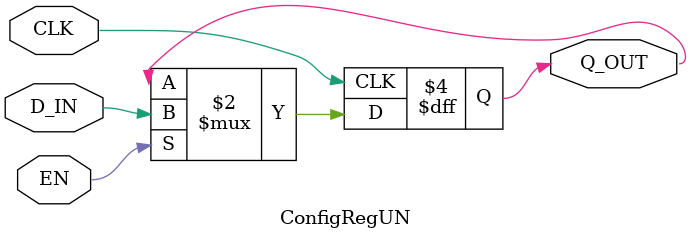
<source format=v>

`ifdef BSV_ASSIGNMENT_DELAY
`else
`define BSV_ASSIGNMENT_DELAY
`endif


module ConfigRegUN(CLK, EN, D_IN, Q_OUT);
   parameter width = 1;

   input     CLK;
   input     EN;
   input [width - 1 : 0] D_IN;

   output [width - 1 : 0] Q_OUT;
   reg [width - 1 : 0]    Q_OUT;

`ifdef BSV_NO_INITIAL_BLOCKS
`else // not BSV_NO_INITIAL_BLOCKS
   // synopsys translate_off
   initial begin
      Q_OUT = {((width + 1)/2){2'b10}} ;
   end
   // synopsys translate_on
`endif // BSV_NO_INITIAL_BLOCKS

   
   always@(posedge CLK)
     begin
        if (EN)
          Q_OUT <= `BSV_ASSIGNMENT_DELAY D_IN;
     end
endmodule


</source>
